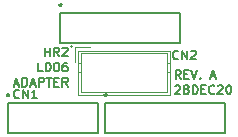
<source format=gbr>
%TF.GenerationSoftware,KiCad,Pcbnew,5.1.9-73d0e3b20d~88~ubuntu20.04.1*%
%TF.CreationDate,2020-12-29T15:59:37-08:00*%
%TF.ProjectId,ld06_adapter,6c643036-5f61-4646-9170-7465722e6b69,A*%
%TF.SameCoordinates,Original*%
%TF.FileFunction,Legend,Top*%
%TF.FilePolarity,Positive*%
%FSLAX46Y46*%
G04 Gerber Fmt 4.6, Leading zero omitted, Abs format (unit mm)*
G04 Created by KiCad (PCBNEW 5.1.9-73d0e3b20d~88~ubuntu20.04.1) date 2020-12-29 15:59:37*
%MOMM*%
%LPD*%
G01*
G04 APERTURE LIST*
%ADD10C,0.120000*%
%ADD11C,0.150000*%
%ADD12C,0.200000*%
G04 APERTURE END LIST*
D10*
X95954853Y-97810000D02*
G75*
G03*
X95954853Y-97810000I-84853J0D01*
G01*
D11*
X105098642Y-100539785D02*
X104848642Y-100182642D01*
X104670071Y-100539785D02*
X104670071Y-99789785D01*
X104955785Y-99789785D01*
X105027214Y-99825500D01*
X105062928Y-99861214D01*
X105098642Y-99932642D01*
X105098642Y-100039785D01*
X105062928Y-100111214D01*
X105027214Y-100146928D01*
X104955785Y-100182642D01*
X104670071Y-100182642D01*
X105420071Y-100146928D02*
X105670071Y-100146928D01*
X105777214Y-100539785D02*
X105420071Y-100539785D01*
X105420071Y-99789785D01*
X105777214Y-99789785D01*
X105991500Y-99789785D02*
X106241500Y-100539785D01*
X106491500Y-99789785D01*
X106741500Y-100468357D02*
X106777214Y-100504071D01*
X106741500Y-100539785D01*
X106705785Y-100504071D01*
X106741500Y-100468357D01*
X106741500Y-100539785D01*
X107634357Y-100325500D02*
X107991500Y-100325500D01*
X107562928Y-100539785D02*
X107812928Y-99789785D01*
X108062928Y-100539785D01*
X104634357Y-101136214D02*
X104670071Y-101100500D01*
X104741500Y-101064785D01*
X104920071Y-101064785D01*
X104991500Y-101100500D01*
X105027214Y-101136214D01*
X105062928Y-101207642D01*
X105062928Y-101279071D01*
X105027214Y-101386214D01*
X104598642Y-101814785D01*
X105062928Y-101814785D01*
X105491500Y-101386214D02*
X105420071Y-101350500D01*
X105384357Y-101314785D01*
X105348642Y-101243357D01*
X105348642Y-101207642D01*
X105384357Y-101136214D01*
X105420071Y-101100500D01*
X105491500Y-101064785D01*
X105634357Y-101064785D01*
X105705785Y-101100500D01*
X105741500Y-101136214D01*
X105777214Y-101207642D01*
X105777214Y-101243357D01*
X105741500Y-101314785D01*
X105705785Y-101350500D01*
X105634357Y-101386214D01*
X105491500Y-101386214D01*
X105420071Y-101421928D01*
X105384357Y-101457642D01*
X105348642Y-101529071D01*
X105348642Y-101671928D01*
X105384357Y-101743357D01*
X105420071Y-101779071D01*
X105491500Y-101814785D01*
X105634357Y-101814785D01*
X105705785Y-101779071D01*
X105741500Y-101743357D01*
X105777214Y-101671928D01*
X105777214Y-101529071D01*
X105741500Y-101457642D01*
X105705785Y-101421928D01*
X105634357Y-101386214D01*
X106098642Y-101814785D02*
X106098642Y-101064785D01*
X106277214Y-101064785D01*
X106384357Y-101100500D01*
X106455785Y-101171928D01*
X106491500Y-101243357D01*
X106527214Y-101386214D01*
X106527214Y-101493357D01*
X106491500Y-101636214D01*
X106455785Y-101707642D01*
X106384357Y-101779071D01*
X106277214Y-101814785D01*
X106098642Y-101814785D01*
X106848642Y-101421928D02*
X107098642Y-101421928D01*
X107205785Y-101814785D02*
X106848642Y-101814785D01*
X106848642Y-101064785D01*
X107205785Y-101064785D01*
X107955785Y-101743357D02*
X107920071Y-101779071D01*
X107812928Y-101814785D01*
X107741500Y-101814785D01*
X107634357Y-101779071D01*
X107562928Y-101707642D01*
X107527214Y-101636214D01*
X107491500Y-101493357D01*
X107491500Y-101386214D01*
X107527214Y-101243357D01*
X107562928Y-101171928D01*
X107634357Y-101100500D01*
X107741500Y-101064785D01*
X107812928Y-101064785D01*
X107920071Y-101100500D01*
X107955785Y-101136214D01*
X108241500Y-101136214D02*
X108277214Y-101100500D01*
X108348642Y-101064785D01*
X108527214Y-101064785D01*
X108598642Y-101100500D01*
X108634357Y-101136214D01*
X108670071Y-101207642D01*
X108670071Y-101279071D01*
X108634357Y-101386214D01*
X108205785Y-101814785D01*
X108670071Y-101814785D01*
X109134357Y-101064785D02*
X109205785Y-101064785D01*
X109277214Y-101100500D01*
X109312928Y-101136214D01*
X109348642Y-101207642D01*
X109384357Y-101350500D01*
X109384357Y-101529071D01*
X109348642Y-101671928D01*
X109312928Y-101743357D01*
X109277214Y-101779071D01*
X109205785Y-101814785D01*
X109134357Y-101814785D01*
X109062928Y-101779071D01*
X109027214Y-101743357D01*
X108991500Y-101671928D01*
X108955785Y-101529071D01*
X108955785Y-101350500D01*
X108991500Y-101207642D01*
X109027214Y-101136214D01*
X109062928Y-101100500D01*
X109134357Y-101064785D01*
X93589071Y-98632285D02*
X93589071Y-97882285D01*
X93589071Y-98239428D02*
X94017642Y-98239428D01*
X94017642Y-98632285D02*
X94017642Y-97882285D01*
X94803357Y-98632285D02*
X94553357Y-98275142D01*
X94374785Y-98632285D02*
X94374785Y-97882285D01*
X94660500Y-97882285D01*
X94731928Y-97918000D01*
X94767642Y-97953714D01*
X94803357Y-98025142D01*
X94803357Y-98132285D01*
X94767642Y-98203714D01*
X94731928Y-98239428D01*
X94660500Y-98275142D01*
X94374785Y-98275142D01*
X95089071Y-97953714D02*
X95124785Y-97918000D01*
X95196214Y-97882285D01*
X95374785Y-97882285D01*
X95446214Y-97918000D01*
X95481928Y-97953714D01*
X95517642Y-98025142D01*
X95517642Y-98096571D01*
X95481928Y-98203714D01*
X95053357Y-98632285D01*
X95517642Y-98632285D01*
X93410500Y-99907285D02*
X93053357Y-99907285D01*
X93053357Y-99157285D01*
X93660500Y-99907285D02*
X93660500Y-99157285D01*
X93839071Y-99157285D01*
X93946214Y-99193000D01*
X94017642Y-99264428D01*
X94053357Y-99335857D01*
X94089071Y-99478714D01*
X94089071Y-99585857D01*
X94053357Y-99728714D01*
X94017642Y-99800142D01*
X93946214Y-99871571D01*
X93839071Y-99907285D01*
X93660500Y-99907285D01*
X94553357Y-99157285D02*
X94624785Y-99157285D01*
X94696214Y-99193000D01*
X94731928Y-99228714D01*
X94767642Y-99300142D01*
X94803357Y-99443000D01*
X94803357Y-99621571D01*
X94767642Y-99764428D01*
X94731928Y-99835857D01*
X94696214Y-99871571D01*
X94624785Y-99907285D01*
X94553357Y-99907285D01*
X94481928Y-99871571D01*
X94446214Y-99835857D01*
X94410500Y-99764428D01*
X94374785Y-99621571D01*
X94374785Y-99443000D01*
X94410500Y-99300142D01*
X94446214Y-99228714D01*
X94481928Y-99193000D01*
X94553357Y-99157285D01*
X95446214Y-99157285D02*
X95303357Y-99157285D01*
X95231928Y-99193000D01*
X95196214Y-99228714D01*
X95124785Y-99335857D01*
X95089071Y-99478714D01*
X95089071Y-99764428D01*
X95124785Y-99835857D01*
X95160500Y-99871571D01*
X95231928Y-99907285D01*
X95374785Y-99907285D01*
X95446214Y-99871571D01*
X95481928Y-99835857D01*
X95517642Y-99764428D01*
X95517642Y-99585857D01*
X95481928Y-99514428D01*
X95446214Y-99478714D01*
X95374785Y-99443000D01*
X95231928Y-99443000D01*
X95160500Y-99478714D01*
X95124785Y-99514428D01*
X95089071Y-99585857D01*
X91017642Y-100968000D02*
X91374785Y-100968000D01*
X90946214Y-101182285D02*
X91196214Y-100432285D01*
X91446214Y-101182285D01*
X91696214Y-101182285D02*
X91696214Y-100432285D01*
X91874785Y-100432285D01*
X91981928Y-100468000D01*
X92053357Y-100539428D01*
X92089071Y-100610857D01*
X92124785Y-100753714D01*
X92124785Y-100860857D01*
X92089071Y-101003714D01*
X92053357Y-101075142D01*
X91981928Y-101146571D01*
X91874785Y-101182285D01*
X91696214Y-101182285D01*
X92410500Y-100968000D02*
X92767642Y-100968000D01*
X92339071Y-101182285D02*
X92589071Y-100432285D01*
X92839071Y-101182285D01*
X93089071Y-101182285D02*
X93089071Y-100432285D01*
X93374785Y-100432285D01*
X93446214Y-100468000D01*
X93481928Y-100503714D01*
X93517642Y-100575142D01*
X93517642Y-100682285D01*
X93481928Y-100753714D01*
X93446214Y-100789428D01*
X93374785Y-100825142D01*
X93089071Y-100825142D01*
X93731928Y-100432285D02*
X94160500Y-100432285D01*
X93946214Y-101182285D02*
X93946214Y-100432285D01*
X94410500Y-100789428D02*
X94660500Y-100789428D01*
X94767642Y-101182285D02*
X94410500Y-101182285D01*
X94410500Y-100432285D01*
X94767642Y-100432285D01*
X95517642Y-101182285D02*
X95267642Y-100825142D01*
X95089071Y-101182285D02*
X95089071Y-100432285D01*
X95374785Y-100432285D01*
X95446214Y-100468000D01*
X95481928Y-100503714D01*
X95517642Y-100575142D01*
X95517642Y-100682285D01*
X95481928Y-100753714D01*
X95446214Y-100789428D01*
X95374785Y-100825142D01*
X95089071Y-100825142D01*
D12*
%TO.C,CN1*%
X95020000Y-94290000D02*
X94990000Y-94210000D01*
X94990000Y-94210000D02*
X94920000Y-94190000D01*
X94920000Y-94190000D02*
X94850000Y-94210000D01*
X94850000Y-94210000D02*
X94820000Y-94290000D01*
X94820000Y-94290000D02*
X94850000Y-94360000D01*
X94850000Y-94360000D02*
X94920000Y-94380000D01*
X94920000Y-94380000D02*
X94990000Y-94360000D01*
X94990000Y-94360000D02*
X95020000Y-94290000D01*
X105080000Y-94920000D02*
X94920000Y-94920000D01*
X94920000Y-94920000D02*
X94920000Y-97460000D01*
X94920000Y-97460000D02*
X105080000Y-97460000D01*
X105080000Y-97460000D02*
X105080000Y-94920000D01*
X98830000Y-101910000D02*
X98800000Y-101830000D01*
X98800000Y-101830000D02*
X98730000Y-101810000D01*
X98730000Y-101810000D02*
X98660000Y-101830000D01*
X98660000Y-101830000D02*
X98630000Y-101910000D01*
X98630000Y-101910000D02*
X98660000Y-101980000D01*
X98660000Y-101980000D02*
X98730000Y-102000000D01*
X98730000Y-102000000D02*
X98800000Y-101980000D01*
X98800000Y-101980000D02*
X98830000Y-101910000D01*
X108890000Y-102540000D02*
X98730000Y-102540000D01*
X98730000Y-102540000D02*
X98730000Y-105080000D01*
X98730000Y-105080000D02*
X108890000Y-105080000D01*
X108890000Y-105080000D02*
X108890000Y-102540000D01*
X90570000Y-101910000D02*
X90550000Y-101830000D01*
X90550000Y-101830000D02*
X90470000Y-101810000D01*
X90470000Y-101810000D02*
X90400000Y-101830000D01*
X90400000Y-101830000D02*
X90380000Y-101910000D01*
X90380000Y-101910000D02*
X90400000Y-101980000D01*
X90400000Y-101980000D02*
X90470000Y-102000000D01*
X90470000Y-102000000D02*
X90550000Y-101980000D01*
X90550000Y-101980000D02*
X90570000Y-101910000D01*
X98100000Y-102540000D02*
X90470000Y-102540000D01*
X90470000Y-102540000D02*
X90470000Y-105080000D01*
X90470000Y-105080000D02*
X98100000Y-105080000D01*
X98100000Y-105080000D02*
X98100000Y-102540000D01*
D10*
%TO.C,CN2*%
X96134000Y-97858000D02*
X96134000Y-99108000D01*
X97384000Y-97858000D02*
X96134000Y-97858000D01*
X103954000Y-101678000D02*
X103954000Y-99918000D01*
X96634000Y-101678000D02*
X103954000Y-101678000D01*
X96634000Y-99918000D02*
X96634000Y-101678000D01*
X103954000Y-99918000D02*
X104154000Y-99918000D01*
X103954000Y-99218000D02*
X103954000Y-99918000D01*
X96634000Y-99918000D02*
X96434000Y-99918000D01*
X96634000Y-99218000D02*
X96634000Y-99918000D01*
X103954000Y-99218000D02*
X104154000Y-99218000D01*
X103954000Y-98358000D02*
X103954000Y-99218000D01*
X96634000Y-98358000D02*
X103954000Y-98358000D01*
X96634000Y-99218000D02*
X96634000Y-98358000D01*
X96434000Y-99218000D02*
X96634000Y-99218000D01*
X104154000Y-98158000D02*
X96434000Y-98158000D01*
X104154000Y-101878000D02*
X104154000Y-98158000D01*
X96434000Y-101878000D02*
X104154000Y-101878000D01*
X96434000Y-98158000D02*
X96434000Y-101878000D01*
%TO.C,CN1*%
D11*
X91430142Y-102121857D02*
X91394428Y-102157571D01*
X91287285Y-102193285D01*
X91215857Y-102193285D01*
X91108714Y-102157571D01*
X91037285Y-102086142D01*
X91001571Y-102014714D01*
X90965857Y-101871857D01*
X90965857Y-101764714D01*
X91001571Y-101621857D01*
X91037285Y-101550428D01*
X91108714Y-101479000D01*
X91215857Y-101443285D01*
X91287285Y-101443285D01*
X91394428Y-101479000D01*
X91430142Y-101514714D01*
X91751571Y-102193285D02*
X91751571Y-101443285D01*
X92180142Y-102193285D01*
X92180142Y-101443285D01*
X92930142Y-102193285D02*
X92501571Y-102193285D01*
X92715857Y-102193285D02*
X92715857Y-101443285D01*
X92644428Y-101550428D01*
X92573000Y-101621857D01*
X92501571Y-101657571D01*
%TO.C,CN2*%
X104892142Y-98819857D02*
X104856428Y-98855571D01*
X104749285Y-98891285D01*
X104677857Y-98891285D01*
X104570714Y-98855571D01*
X104499285Y-98784142D01*
X104463571Y-98712714D01*
X104427857Y-98569857D01*
X104427857Y-98462714D01*
X104463571Y-98319857D01*
X104499285Y-98248428D01*
X104570714Y-98177000D01*
X104677857Y-98141285D01*
X104749285Y-98141285D01*
X104856428Y-98177000D01*
X104892142Y-98212714D01*
X105213571Y-98891285D02*
X105213571Y-98141285D01*
X105642142Y-98891285D01*
X105642142Y-98141285D01*
X105963571Y-98212714D02*
X105999285Y-98177000D01*
X106070714Y-98141285D01*
X106249285Y-98141285D01*
X106320714Y-98177000D01*
X106356428Y-98212714D01*
X106392142Y-98284142D01*
X106392142Y-98355571D01*
X106356428Y-98462714D01*
X105927857Y-98891285D01*
X106392142Y-98891285D01*
%TD*%
M02*

</source>
